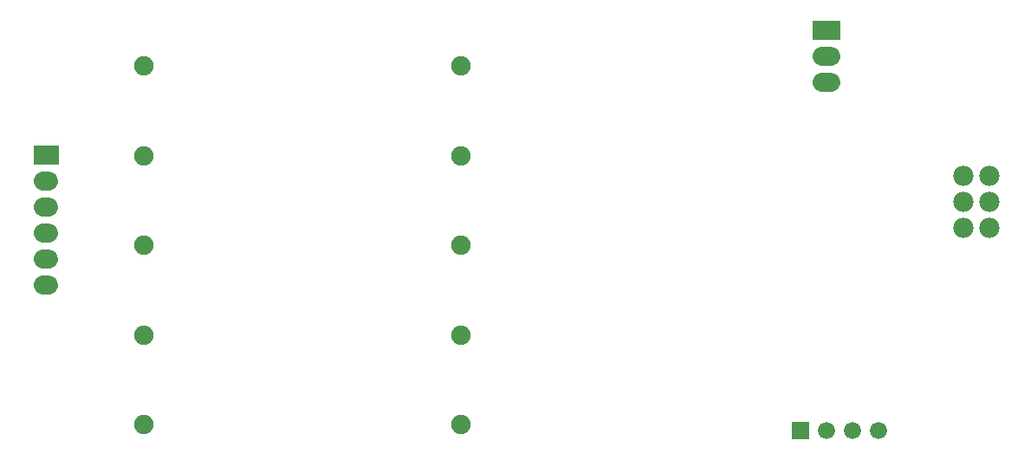
<source format=gbs>
G04 Layer: BottomSolderMaskLayer*
G04 EasyEDA v6.5.9, 2022-07-21 16:41:51*
G04 b4f09f4bc33d498599fb5b0af984a39b,0f63320d19d842adba92ba3d91eb0df2,10*
G04 Gerber Generator version 0.2*
G04 Scale: 100 percent, Rotated: No, Reflected: No *
G04 Dimensions in millimeters *
G04 leading zeros omitted , absolute positions ,4 integer and 5 decimal *
%FSLAX45Y45*%
%MOMM*%

%ADD10C,1.8796*%
%ADD11C,1.9016*%
%ADD12C,1.6764*%
%ADD13C,1.9812*%

%LPD*%
D10*
X337896Y3130981D02*
G01*
X287096Y3130981D01*
X337896Y2876981D02*
G01*
X287096Y2876981D01*
X337896Y2622981D02*
G01*
X287096Y2622981D01*
X337896Y2368981D02*
G01*
X287096Y2368981D01*
X337896Y2114981D02*
G01*
X287096Y2114981D01*
D11*
X7977982Y4346752D02*
G01*
X7897982Y4346752D01*
X7976991Y4092727D02*
G01*
X7896992Y4092727D01*
G36*
X193039Y3291078D02*
G01*
X193039Y3479037D01*
X431800Y3479037D01*
X431800Y3291078D01*
G37*
G36*
X7597647Y603757D02*
G01*
X7597647Y771397D01*
X7765288Y771397D01*
X7765288Y603757D01*
G37*
D12*
G01*
X7935493Y687501D03*
G01*
X8189493Y687501D03*
G01*
X8443493Y687501D03*
D13*
G01*
X9528987Y2667000D03*
G01*
X9528987Y2921000D03*
G01*
X9528987Y3175000D03*
G01*
X9274987Y2667000D03*
G01*
X9274987Y2921000D03*
G01*
X9274987Y3175000D03*
D11*
G01*
X1262481Y2499995D03*
G01*
X4362475Y2499995D03*
G01*
X1262481Y3374974D03*
G01*
X4362475Y3374974D03*
G01*
X1262481Y4250004D03*
G01*
X4362475Y4250004D03*
G01*
X1262481Y750011D03*
G01*
X4362475Y750011D03*
G01*
X1262481Y1624990D03*
G01*
X4362475Y1624990D03*
G36*
X7802879Y4505705D02*
G01*
X7802879Y4695697D01*
X8073136Y4695697D01*
X8073136Y4505705D01*
G37*
M02*

</source>
